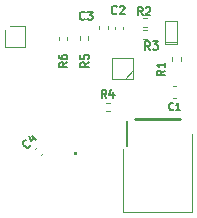
<source format=gbr>
%TF.GenerationSoftware,KiCad,Pcbnew,(6.0.4)*%
%TF.CreationDate,2022-11-08T09:06:00-07:00*%
%TF.ProjectId,rf_backscatter_V1,72665f62-6163-46b7-9363-61747465725f,rev?*%
%TF.SameCoordinates,Original*%
%TF.FileFunction,Legend,Top*%
%TF.FilePolarity,Positive*%
%FSLAX46Y46*%
G04 Gerber Fmt 4.6, Leading zero omitted, Abs format (unit mm)*
G04 Created by KiCad (PCBNEW (6.0.4)) date 2022-11-08 09:06:00*
%MOMM*%
%LPD*%
G01*
G04 APERTURE LIST*
%ADD10C,0.150000*%
%ADD11C,0.120000*%
%ADD12C,0.350000*%
%ADD13C,0.250000*%
G04 APERTURE END LIST*
D10*
%TO.C,C3*%
X130007533Y-81987200D02*
X129974200Y-82020533D01*
X129874200Y-82053866D01*
X129807533Y-82053866D01*
X129707533Y-82020533D01*
X129640866Y-81953866D01*
X129607533Y-81887200D01*
X129574200Y-81753866D01*
X129574200Y-81653866D01*
X129607533Y-81520533D01*
X129640866Y-81453866D01*
X129707533Y-81387200D01*
X129807533Y-81353866D01*
X129874200Y-81353866D01*
X129974200Y-81387200D01*
X130007533Y-81420533D01*
X130240866Y-81353866D02*
X130674200Y-81353866D01*
X130440866Y-81620533D01*
X130540866Y-81620533D01*
X130607533Y-81653866D01*
X130640866Y-81687200D01*
X130674200Y-81753866D01*
X130674200Y-81920533D01*
X130640866Y-81987200D01*
X130607533Y-82020533D01*
X130540866Y-82053866D01*
X130340866Y-82053866D01*
X130274200Y-82020533D01*
X130240866Y-81987200D01*
%TO.C,R5*%
X130339266Y-85663866D02*
X130005933Y-85897200D01*
X130339266Y-86063866D02*
X129639266Y-86063866D01*
X129639266Y-85797200D01*
X129672600Y-85730533D01*
X129705933Y-85697200D01*
X129772600Y-85663866D01*
X129872600Y-85663866D01*
X129939266Y-85697200D01*
X129972600Y-85730533D01*
X130005933Y-85797200D01*
X130005933Y-86063866D01*
X129639266Y-85030533D02*
X129639266Y-85363866D01*
X129972600Y-85397200D01*
X129939266Y-85363866D01*
X129905933Y-85297200D01*
X129905933Y-85130533D01*
X129939266Y-85063866D01*
X129972600Y-85030533D01*
X130039266Y-84997200D01*
X130205933Y-84997200D01*
X130272600Y-85030533D01*
X130305933Y-85063866D01*
X130339266Y-85130533D01*
X130339266Y-85297200D01*
X130305933Y-85363866D01*
X130272600Y-85397200D01*
%TO.C,J3*%
X133604000Y-92770971D02*
X133604000Y-90628114D01*
%TO.C,C2*%
X132725333Y-81504600D02*
X132692000Y-81537933D01*
X132592000Y-81571266D01*
X132525333Y-81571266D01*
X132425333Y-81537933D01*
X132358666Y-81471266D01*
X132325333Y-81404600D01*
X132292000Y-81271266D01*
X132292000Y-81171266D01*
X132325333Y-81037933D01*
X132358666Y-80971266D01*
X132425333Y-80904600D01*
X132525333Y-80871266D01*
X132592000Y-80871266D01*
X132692000Y-80904600D01*
X132725333Y-80937933D01*
X132992000Y-80937933D02*
X133025333Y-80904600D01*
X133092000Y-80871266D01*
X133258666Y-80871266D01*
X133325333Y-80904600D01*
X133358666Y-80937933D01*
X133392000Y-81004600D01*
X133392000Y-81071266D01*
X133358666Y-81171266D01*
X132958666Y-81571266D01*
X133392000Y-81571266D01*
%TO.C,C4*%
X125415553Y-92626511D02*
X125415553Y-92673651D01*
X125368413Y-92767932D01*
X125321273Y-92815073D01*
X125226992Y-92862213D01*
X125132711Y-92862213D01*
X125062000Y-92838643D01*
X124944149Y-92767932D01*
X124873438Y-92697222D01*
X124802728Y-92579371D01*
X124779157Y-92508660D01*
X124779157Y-92414379D01*
X124826298Y-92320098D01*
X124873438Y-92272958D01*
X124967719Y-92225817D01*
X125014860Y-92225817D01*
X125556975Y-91919404D02*
X125886958Y-92249387D01*
X125250562Y-91848694D02*
X125486264Y-92320098D01*
X125792677Y-92013685D01*
%TO.C,R1*%
X136790866Y-86349666D02*
X136457533Y-86583000D01*
X136790866Y-86749666D02*
X136090866Y-86749666D01*
X136090866Y-86483000D01*
X136124200Y-86416333D01*
X136157533Y-86383000D01*
X136224200Y-86349666D01*
X136324200Y-86349666D01*
X136390866Y-86383000D01*
X136424200Y-86416333D01*
X136457533Y-86483000D01*
X136457533Y-86749666D01*
X136790866Y-85683000D02*
X136790866Y-86083000D01*
X136790866Y-85883000D02*
X136090866Y-85883000D01*
X136190866Y-85949666D01*
X136257533Y-86016333D01*
X136290866Y-86083000D01*
%TO.C,R3*%
X135544733Y-84568466D02*
X135311400Y-84235133D01*
X135144733Y-84568466D02*
X135144733Y-83868466D01*
X135411400Y-83868466D01*
X135478066Y-83901800D01*
X135511400Y-83935133D01*
X135544733Y-84001800D01*
X135544733Y-84101800D01*
X135511400Y-84168466D01*
X135478066Y-84201800D01*
X135411400Y-84235133D01*
X135144733Y-84235133D01*
X135778066Y-83868466D02*
X136211400Y-83868466D01*
X135978066Y-84135133D01*
X136078066Y-84135133D01*
X136144733Y-84168466D01*
X136178066Y-84201800D01*
X136211400Y-84268466D01*
X136211400Y-84435133D01*
X136178066Y-84501800D01*
X136144733Y-84535133D01*
X136078066Y-84568466D01*
X135878066Y-84568466D01*
X135811400Y-84535133D01*
X135778066Y-84501800D01*
%TO.C,C1*%
X137517200Y-89622285D02*
X137488628Y-89650857D01*
X137402914Y-89679428D01*
X137345771Y-89679428D01*
X137260057Y-89650857D01*
X137202914Y-89593714D01*
X137174342Y-89536571D01*
X137145771Y-89422285D01*
X137145771Y-89336571D01*
X137174342Y-89222285D01*
X137202914Y-89165142D01*
X137260057Y-89108000D01*
X137345771Y-89079428D01*
X137402914Y-89079428D01*
X137488628Y-89108000D01*
X137517200Y-89136571D01*
X138088628Y-89679428D02*
X137745771Y-89679428D01*
X137917200Y-89679428D02*
X137917200Y-89079428D01*
X137860057Y-89165142D01*
X137802914Y-89222285D01*
X137745771Y-89250857D01*
%TO.C,R6*%
X128535866Y-85663866D02*
X128202533Y-85897200D01*
X128535866Y-86063866D02*
X127835866Y-86063866D01*
X127835866Y-85797200D01*
X127869200Y-85730533D01*
X127902533Y-85697200D01*
X127969200Y-85663866D01*
X128069200Y-85663866D01*
X128135866Y-85697200D01*
X128169200Y-85730533D01*
X128202533Y-85797200D01*
X128202533Y-86063866D01*
X127835866Y-85063866D02*
X127835866Y-85197200D01*
X127869200Y-85263866D01*
X127902533Y-85297200D01*
X128002533Y-85363866D01*
X128135866Y-85397200D01*
X128402533Y-85397200D01*
X128469200Y-85363866D01*
X128502533Y-85330533D01*
X128535866Y-85263866D01*
X128535866Y-85130533D01*
X128502533Y-85063866D01*
X128469200Y-85030533D01*
X128402533Y-84997200D01*
X128235866Y-84997200D01*
X128169200Y-85030533D01*
X128135866Y-85063866D01*
X128102533Y-85130533D01*
X128102533Y-85263866D01*
X128135866Y-85330533D01*
X128169200Y-85363866D01*
X128235866Y-85397200D01*
%TO.C,R2*%
X134909733Y-81672866D02*
X134676400Y-81339533D01*
X134509733Y-81672866D02*
X134509733Y-80972866D01*
X134776400Y-80972866D01*
X134843066Y-81006200D01*
X134876400Y-81039533D01*
X134909733Y-81106200D01*
X134909733Y-81206200D01*
X134876400Y-81272866D01*
X134843066Y-81306200D01*
X134776400Y-81339533D01*
X134509733Y-81339533D01*
X135176400Y-81039533D02*
X135209733Y-81006200D01*
X135276400Y-80972866D01*
X135443066Y-80972866D01*
X135509733Y-81006200D01*
X135543066Y-81039533D01*
X135576400Y-81106200D01*
X135576400Y-81172866D01*
X135543066Y-81272866D01*
X135143066Y-81672866D01*
X135576400Y-81672866D01*
%TO.C,R4*%
X131838333Y-88657866D02*
X131605000Y-88324533D01*
X131438333Y-88657866D02*
X131438333Y-87957866D01*
X131705000Y-87957866D01*
X131771666Y-87991200D01*
X131805000Y-88024533D01*
X131838333Y-88091200D01*
X131838333Y-88191200D01*
X131805000Y-88257866D01*
X131771666Y-88291200D01*
X131705000Y-88324533D01*
X131438333Y-88324533D01*
X132438333Y-88191200D02*
X132438333Y-88657866D01*
X132271666Y-87924533D02*
X132105000Y-88424533D01*
X132538333Y-88424533D01*
D11*
%TO.C,C3*%
X131957400Y-82826935D02*
X131957400Y-82595265D01*
X131237400Y-82826935D02*
X131237400Y-82595265D01*
%TO.C,R5*%
X128548400Y-83488559D02*
X128548400Y-83795841D01*
X127788400Y-83488559D02*
X127788400Y-83795841D01*
D12*
%TO.C,U2*%
X129231713Y-93351003D02*
G75*
G03*
X129231713Y-93351003I-1J0D01*
G01*
D13*
%TO.C,J3*%
X134239000Y-90456500D02*
X138049000Y-90456500D01*
D11*
X139065000Y-98330500D02*
X133223000Y-98330500D01*
X139065000Y-91726500D02*
X139065000Y-98330500D01*
X133223000Y-98330500D02*
X133223000Y-92996500D01*
%TO.C,C2*%
X133269500Y-82852335D02*
X133269500Y-82620665D01*
X132549500Y-82852335D02*
X132549500Y-82620665D01*
%TO.C,C4*%
X125805051Y-93014832D02*
X125968866Y-92851017D01*
X126314168Y-93523949D02*
X126477983Y-93360134D01*
%TO.C,U1*%
X132350800Y-87034600D02*
X134100800Y-87034600D01*
X134100800Y-87034600D02*
X134100800Y-85284600D01*
X134100800Y-85284600D02*
X132350800Y-85284600D01*
X132350800Y-85284600D02*
X132350800Y-87034600D01*
X134100800Y-86334600D02*
X133400800Y-87034600D01*
X133400800Y-87034600D02*
X134100800Y-86334600D01*
%TO.C,R1*%
X138124200Y-85537021D02*
X138124200Y-85201779D01*
X137364200Y-85537021D02*
X137364200Y-85201779D01*
%TO.C,U3*%
X124915900Y-84351900D02*
X123292900Y-84351900D01*
X123643650Y-82576900D02*
X124915900Y-82576900D01*
X123292900Y-84351900D02*
X123292900Y-82927650D01*
X124915900Y-82576900D02*
X124915900Y-84351900D01*
%TO.C,R3*%
X135244821Y-81916000D02*
X134909579Y-81916000D01*
X135244821Y-82676000D02*
X134909579Y-82676000D01*
%TO.C,C1*%
X137445533Y-88648000D02*
X137738067Y-88648000D01*
X137445533Y-87628000D02*
X137738067Y-87628000D01*
%TO.C,R6*%
X130326400Y-83770441D02*
X130326400Y-83463159D01*
X129566400Y-83770441D02*
X129566400Y-83463159D01*
%TO.C,D1*%
X136837800Y-83932600D02*
X137837800Y-83932600D01*
X136837800Y-84132600D02*
X137837800Y-84132600D01*
X137837800Y-84132600D02*
X137837800Y-82132600D01*
X137837800Y-82132600D02*
X136837800Y-82132600D01*
X136837800Y-82132600D02*
X136837800Y-84132600D01*
%TO.C,R2*%
X134909579Y-82881200D02*
X135244821Y-82881200D01*
X134909579Y-83641200D02*
X135244821Y-83641200D01*
%TO.C,R4*%
X132157441Y-89053400D02*
X131850159Y-89053400D01*
X132157441Y-89813400D02*
X131850159Y-89813400D01*
%TD*%
M02*

</source>
